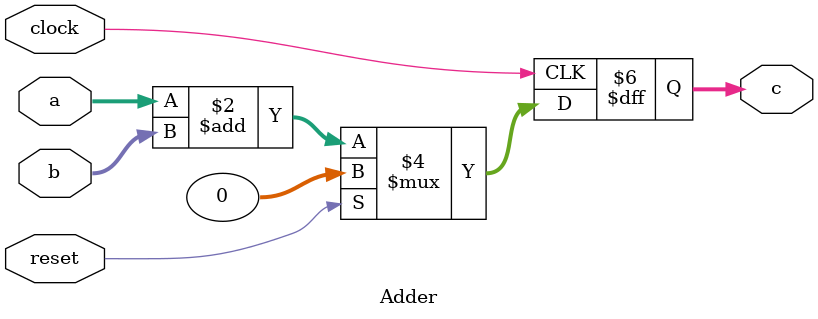
<source format=v>
module Adder(
  input  wire clock,
  input  wire reset,

  input  wire [31:0] a,
  input  wire [31:0] b,

  output reg [31:0] c
);
  always @(posedge clock) begin
    if (reset) begin
      c <= '0;
    end else begin
      c <= a + b;
    end
  end
endmodule

</source>
